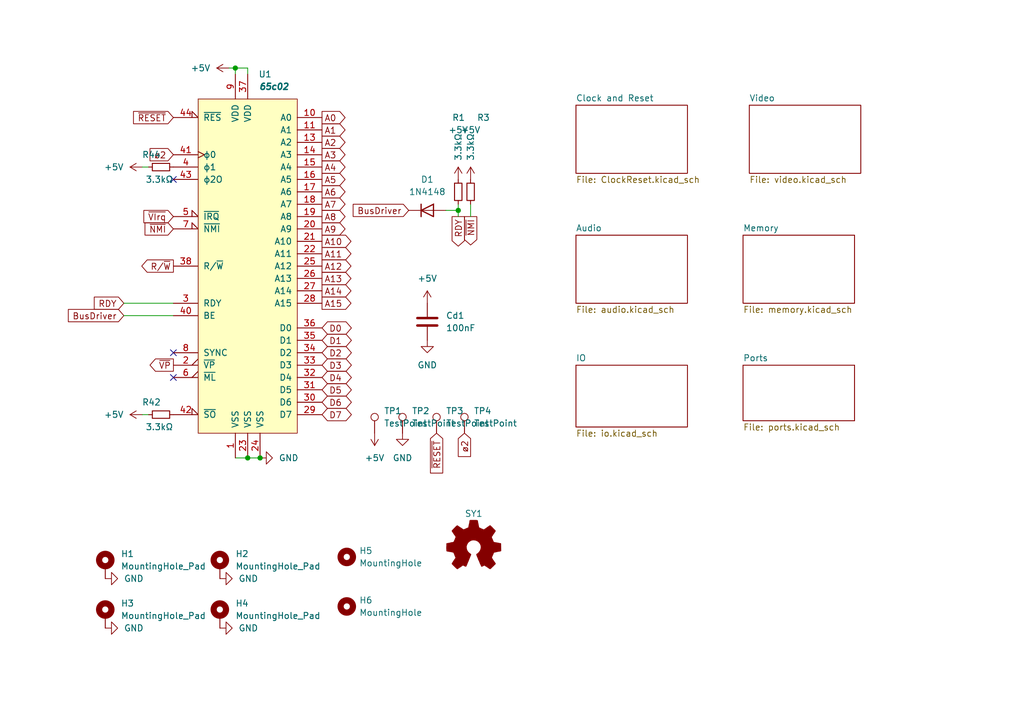
<source format=kicad_sch>
(kicad_sch (version 20231120) (generator "eeschema") (generator_version "8.0")
  (paper "A5")
  (title_block (title "KITTY Computer"))
  (lib_symbols
    (symbol "65xx:W65C02SxPL" (pin_names (offset 1.016))
      (property "Reference" "U" (at -10.16 35.56 0))
      (property "Value" "W65C02SxPL" (at 0 0 90))
      (symbol "W65C02SxPL_0_1"
        (rectangle (start -10.16 34.29) (end 10.16 -34.29) (fill (type background)))
      )
      (symbol "W65C02SxPL_1_1"
        (pin power_in line (at -2.54 -39.37 90) (length 5.08) (name "VSS") (number "1"))
        (pin tri_state line (at 15.24 30.48 180) (length 5.08) (name "A0") (number "10"))
        (pin tri_state line (at 15.24 27.94 180) (length 5.08) (name "A1") (number "11"))
        (pin no_connect non_logic (at -10.16 -25.4 0) (length 2.54) hide (name "nc") (number "12"))
        (pin tri_state line (at 15.24 25.4 180) (length 5.08) (name "A2") (number "13"))
        (pin tri_state line (at 15.24 22.86 180) (length 5.08) (name "A3") (number "14"))
        (pin tri_state line (at 15.24 20.32 180) (length 5.08) (name "A4") (number "15"))
        (pin tri_state line (at 15.24 17.78 180) (length 5.08) (name "A5") (number "16"))
        (pin tri_state line (at 15.24 15.24 180) (length 5.08) (name "A6") (number "17"))
        (pin tri_state line (at 15.24 12.7 180) (length 5.08) (name "A7") (number "18"))
        (pin tri_state line (at 15.24 10.16 180) (length 5.08) (name "A8") (number "19"))
        (pin output output_low (at -15.24 -20.32 0) (length 5.08) (name "~{VP}") (number "2"))
        (pin tri_state line (at 15.24 7.62 180) (length 5.08) (name "A9") (number "20"))
        (pin tri_state line (at 15.24 5.08 180) (length 5.08) (name "A10") (number "21"))
        (pin tri_state line (at 15.24 2.54 180) (length 5.08) (name "A11") (number "22"))
        (pin power_in line (at 0 -39.37 90) (length 5.08) (name "VSS") (number "23"))
        (pin power_in line (at 2.54 -39.37 90) (length 5.08) (name "VSS") (number "24"))
        (pin tri_state line (at 15.24 0 180) (length 5.08) (name "A12") (number "25"))
        (pin tri_state line (at 15.24 -2.54 180) (length 5.08) (name "A13") (number "26"))
        (pin tri_state line (at 15.24 -5.08 180) (length 5.08) (name "A14") (number "27"))
        (pin tri_state line (at 15.24 -7.62 180) (length 5.08) (name "A15") (number "28"))
        (pin bidirectional line (at 15.24 -30.48 180) (length 5.08) (name "D7") (number "29"))
        (pin open_collector line (at -15.24 -7.62 0) (length 5.08) (name "RDY") (number "3"))
        (pin bidirectional line (at 15.24 -27.94 180) (length 5.08) (name "D6") (number "30"))
        (pin bidirectional line (at 15.24 -25.4 180) (length 5.08) (name "D5") (number "31"))
        (pin bidirectional line (at 15.24 -22.86 180) (length 5.08) (name "D4") (number "32"))
        (pin bidirectional line (at 15.24 -20.32 180) (length 5.08) (name "D3") (number "33"))
        (pin bidirectional line (at 15.24 -17.78 180) (length 5.08) (name "D2") (number "34"))
        (pin bidirectional line (at 15.24 -15.24 180) (length 5.08) (name "D1") (number "35"))
        (pin bidirectional line (at 15.24 -12.7 180) (length 5.08) (name "D0") (number "36"))
        (pin power_in line (at 0 39.37 270) (length 5.08) (name "VDD") (number "37"))
        (pin tri_state line (at -15.24 0 0) (length 5.08) (name "R/~{W}") (number "38"))
        (pin no_connect non_logic (at -10.16 -27.94 0) (length 2.54) hide (name "nc") (number "39"))
        (pin output line (at -15.24 20.32 0) (length 5.08) (name "ϕ1") (number "4"))
        (pin input line (at -15.24 -10.16 0) (length 5.08) (name "BE") (number "40"))
        (pin input clock (at -15.24 22.86 0) (length 5.08) (name "ϕ0") (number "41"))
        (pin input input_low (at -15.24 -30.48 0) (length 5.08) (name "~{SO}") (number "42"))
        (pin output line (at -15.24 17.78 0) (length 5.08) (name "ϕ2O") (number "43"))
        (pin input input_low (at -15.24 30.48 0) (length 5.08) (name "~{RES}") (number "44"))
        (pin input input_low (at -15.24 10.16 0) (length 5.08) (name "~{IRQ}") (number "5"))
        (pin output output_low (at -15.24 -22.86 0) (length 5.08) (name "~{ML}") (number "6"))
        (pin input input_low (at -15.24 7.62 0) (length 5.08) (name "~{NMI}") (number "7"))
        (pin output line (at -15.24 -17.78 0) (length 5.08) (name "SYNC") (number "8"))
        (pin power_in line (at -2.54 39.37 270) (length 5.08) (name "VDD") (number "9"))
      )
    )
    (symbol "Connector:TestPoint" (pin_numbers hide) (pin_names (offset 0.762) hide)
      (property "Reference" "TP" (at 0 6.858 0))
      (property "Value" "TestPoint" (at 0 5.08 0))
      (symbol "TestPoint_0_1"
        (circle (center 0 3.302) (radius 0.762))
      )
      (symbol "TestPoint_1_1"
        (pin passive line (at 0 0 90) (length 2.54) (name "1") (number "1"))
      )
    )
    (symbol "Device:C" (pin_numbers hide) (pin_names (offset 0.254))
      (property "Reference" "C" (at 0.635 2.54 0))
      (property "Value" "C" (at 0.635 -2.54 0))
      (symbol "C_0_1"
        (polyline (pts (xy -2.032 -0.762) (xy 2.032 -0.762)) (stroke (width 0.508)))
        (polyline (pts (xy -2.032 0.762) (xy 2.032 0.762)) (stroke (width 0.508)))
      )
      (symbol "C_1_1"
        (pin passive line (at 0 3.81 270) (length 2.794) (name "~") (number "1"))
        (pin passive line (at 0 -3.81 90) (length 2.794) (name "~") (number "2"))
      )
    )
    (symbol "Device:R_Small" (pin_numbers hide) (pin_names (offset 0.254) hide)
      (property "Reference" "R" (at 0.762 0.508 0))
      (property "Value" "R_Small" (at 0.762 -1.016 0))
      (symbol "R_Small_0_1"
        (rectangle (start -0.762 1.778) (end 0.762 -1.778) (stroke (width 0.2032)))
      )
      (symbol "R_Small_1_1"
        (pin passive line (at 0 2.54 270) (length 0.762) (name "~") (number "1"))
        (pin passive line (at 0 -2.54 90) (length 0.762) (name "~") (number "2"))
      )
    )
    (symbol "Diode:1N4148" (pin_numbers hide) (pin_names hide)
      (property "Reference" "D" (at 0 2.54 0))
      (property "Value" "1N4148" (at 0 -2.54 0))
      (symbol "1N4148_0_1"
        (polyline (pts (xy -1.27 1.27) (xy -1.27 -1.27)) (stroke (width 0.254)))
        (polyline (pts (xy 1.27 0) (xy -1.27 0)))
        (polyline (pts (xy 1.27 1.27) (xy 1.27 -1.27) (xy -1.27 0) (xy 1.27 1.27)) (stroke (width 0.254)))
      )
      (symbol "1N4148_1_1"
        (pin passive line (at -3.81 0 0) (length 2.54) (name "K") (number "1"))
        (pin passive line (at 3.81 0 180) (length 2.54) (name "A") (number "2"))
      )
    )
    (symbol "Graphic:Logo_Open_Hardware_Small" (in_bom no) (on_board no)
      (symbol "Logo_Open_Hardware_Small_0_1"
        (polyline (pts (xy 3.3528 -4.3434) (xy 3.302 -4.318) (xy 3.175 -4.2418) (xy 2.9972 -4.1148) (xy 2.7686 -3.9624) (xy 2.54 -3.81) (xy 2.3622 -3.7084) (xy 2.2352 -3.6068) (xy 2.1844 -3.5814) (xy 2.159 -3.6068) (xy 2.0574 -3.6576) (xy 1.905 -3.7338) (xy 1.8034 -3.7846) (xy 1.6764 -3.8354) (xy 1.6002 -3.8354) (xy 1.6002 -3.8354) (xy 1.5494 -3.7338) (xy 1.4732 -3.5306) (xy 1.3462 -3.302) (xy 1.2446 -3.0226) (xy 1.1176 -2.7178) (xy 0.9652 -2.413) (xy 0.8636 -2.1082) (xy 0.7366 -1.8288) (xy 0.6604 -1.6256) (xy 0.6096 -1.4732) (xy 0.5842 -1.397) (xy 0.5842 -1.397) (xy 0.6604 -1.3208) (xy 0.7874 -1.2446) (xy 1.0414 -1.016) (xy 1.2954 -0.6858) (xy 1.4478 -0.3302) (xy 1.524 0.0762) (xy 1.4732 0.4572) (xy 1.3208 0.8128) (xy 1.0668 1.143) (xy 0.762 1.3716) (xy 0.4064 1.524) (xy 0 1.5748) (xy -0.381 1.5494) (xy -0.7366 1.397) (xy -1.0668 1.143) (xy -1.2192 0.9906) (xy -1.397 0.6604) (xy -1.524 0.3048) (xy -1.524 0.2286) (xy -1.4986 -0.1778) (xy -1.397 -0.5334) (xy -1.1938 -0.8636) (xy -0.9144 -1.143) (xy -0.8636 -1.1684) (xy -0.7366 -1.27) (xy -0.635 -1.3462) (xy -0.5842 -1.397) (xy -1.0668 -2.5908) (xy -1.143 -2.794) (xy -1.2954 -3.1242) (xy -1.397 -3.4036) (xy -1.4986 -3.6322) (xy -1.5748 -3.7846) (xy -1.6002 -3.8354) (xy -1.6002 -3.8354) (xy -1.651 -3.8354) (xy -1.7272 -3.81) (xy -1.905 -3.7338) (xy -2.0066 -3.683) (xy -2.1336 -3.6068) (xy -2.2098 -3.5814) (xy -2.2606 -3.6068) (xy -2.3622 -3.683) (xy -2.54 -3.81) (xy -2.7686 -3.9624) (xy -2.9718 -4.0894) (xy -3.1496 -4.2164) (xy -3.302 -4.318) (xy -3.3528 -4.3434) (xy -3.3782 -4.3434) (xy -3.429 -4.318) (xy -3.5306 -4.2164) (xy -3.7084 -4.064) (xy -3.937 -3.8354) (xy -3.9624 -3.81) (xy -4.1656 -3.6068) (xy -4.318 -3.4544) (xy -4.4196 -3.3274) (xy -4.445 -3.2766) (xy -4.445 -3.2766) (xy -4.4196 -3.2258) (xy -4.318 -3.0734) (xy -4.2164 -2.8956) (xy -4.064 -2.667) (xy -3.6576 -2.0828) (xy -3.8862 -1.5494) (xy -3.937 -1.3716) (xy -4.0386 -1.1684) (xy -4.0894 -1.0414) (xy -4.1148 -0.9652) (xy -4.191 -0.9398) (xy -4.318 -0.9144) (xy -4.5466 -0.8636) (xy -4.8006 -0.8128) (xy -5.0546 -0.7874) (xy -5.2578 -0.7366) (xy -5.4356 -0.7112) (xy -5.5118 -0.6858) (xy -5.5118 -0.6858) (xy -5.5372 -0.635) (xy -5.5372 -0.5588) (xy -5.5372 -0.4318) (xy -5.5626 -0.2286) (xy -5.5626 0.0762) (xy -5.5626 0.127) (xy -5.5372 0.4064) (xy -5.5372 0.635) (xy -5.5372 0.762) (xy -5.5372 0.8382) (xy -5.5372 0.8382) (xy -5.461 0.8382) (xy -5.3086 0.889) (xy -5.08 0.9144) (xy -4.826 0.9652) (xy -4.8006 0.9906) (xy -4.5466 1.0414) (xy -4.318 1.0668) (xy -4.1656 1.1176) (xy -4.0894 1.143) (xy -4.0894 1.143) (xy -4.0386 1.2446) (xy -3.9624 1.4224) (xy -3.8608 1.6256) (xy -3.7846 1.8288) (xy -3.7084 2.0066) (xy -3.6576 2.159) (xy -3.6322 2.2098) (xy -3.6322 2.2098) (xy -3.683 2.286) (xy -3.7592 2.413) (xy -3.8862 2.5908) (xy -4.064 2.8194) (xy -4.064 2.8448) (xy -4.2164 3.0734) (xy -4.3434 3.2512) (xy -4.4196 3.3782) (xy -4.445 3.4544) (xy -4.445 3.4544) (xy -4.3942 3.5052) (xy -4.2926 3.6322) (xy -4.1148 3.81) (xy -3.937 4.0132) (xy -3.8608 4.064) (xy -3.6576 4.2926) (xy -3.5052 4.4196) (xy -3.4036 4.4958) (xy -3.3528 4.5212) (xy -3.3528 4.5212) (xy -3.302 4.4704) (xy -3.1496 4.3688) (xy -2.9718 4.2418) (xy -2.7432 4.0894) (xy -2.7178 4.0894) (xy -2.4892 3.937) (xy -2.3114 3.81) (xy -2.1844 3.7084) (xy -2.1336 3.683) (xy -2.1082 3.683) (xy -2.032 3.7084) (xy -1.8542 3.7592) (xy -1.6764 3.8354) (xy -1.4732 3.937) (xy -1.27 4.0132) (xy -1.143 4.064) (xy -1.0668 4.1148) (xy -1.0668 4.1148) (xy -1.0414 4.191) (xy -1.016 4.3434) (xy -0.9652 4.572) (xy -0.9144 4.8514) (xy -0.889 4.9022) (xy -0.8382 5.1562) (xy -0.8128 5.3848) (xy -0.7874 5.5372) (xy -0.762 5.588) (xy -0.7112 5.6134) (xy -0.5842 5.6134) (xy -0.4064 5.6134) (xy -0.1524 5.6134) (xy 0.0762 5.6134) (xy 0.3302 5.6134) (xy 0.5334 5.6134) (xy 0.6858 5.588) (xy 0.7366 5.588) (xy 0.7366 5.588) (xy 0.762 5.5118) (xy 0.8128 5.334) (xy 0.8382 5.1054) (xy 0.9144 4.826) (xy 0.9144 4.7752) (xy 0.9652 4.5212) (xy 1.016 4.2926) (xy 1.0414 4.1402) (xy 1.0668 4.0894) (xy 1.0668 4.0894) (xy 1.1938 4.0386) (xy 1.3716 3.9624) (xy 1.5748 3.8608) (xy 2.0828 3.6576) (xy 2.7178 4.0894) (xy 2.7686 4.1402) (xy 2.9972 4.2926) (xy 3.175 4.4196) (xy 3.302 4.4958) (xy 3.3782 4.5212) (xy 3.3782 4.5212) (xy 3.429 4.4704) (xy 3.556 4.3434) (xy 3.7338 4.191) (xy 3.9116 3.9878) (xy 4.064 3.8354) (xy 4.2418 3.6576) (xy 4.3434 3.556) (xy 4.4196 3.4798) (xy 4.4196 3.429) (xy 4.4196 3.4036) (xy 4.3942 3.3274) (xy 4.2926 3.2004) (xy 4.1656 2.9972) (xy 4.0132 2.794) (xy 3.8862 2.5908) (xy 3.7592 2.3876) (xy 3.6576 2.2352) (xy 3.6322 2.159) (xy 3.6322 2.1336) (xy 3.683 2.0066) (xy 3.7592 1.8288) (xy 3.8608 1.6002) (xy 4.064 1.1176) (xy 4.3942 1.0414) (xy 4.5974 1.016) (xy 4.8768 0.9652) (xy 5.1308 0.9144) (xy 5.5372 0.8382) (xy 5.5626 -0.6604) (xy 5.4864 -0.6858) (xy 5.4356 -0.6858) (xy 5.2832 -0.7366) (xy 5.0546 -0.762) (xy 4.8006 -0.8128) (xy 4.5974 -0.8636) (xy 4.3688 -0.9144) (xy 4.2164 -0.9398) (xy 4.1402 -0.9398) (xy 4.1148 -0.9652) (xy 4.064 -1.0668) (xy 3.9878 -1.2446) (xy 3.9116 -1.4478) (xy 3.81 -1.651) (xy 3.7338 -1.8542) (xy 3.683 -2.0066) (xy 3.6576 -2.0828) (xy 3.683 -2.1336) (xy 3.7846 -2.2606) (xy 3.8862 -2.4638) (xy 4.0386 -2.667) (xy 4.191 -2.8956) (xy 4.318 -3.0734) (xy 4.3942 -3.2004) (xy 4.445 -3.2766) (xy 4.4196 -3.3274) (xy 4.3434 -3.429) (xy 4.1656 -3.5814) (xy 3.937 -3.8354) (xy 3.8862 -3.8608) (xy 3.683 -4.064) (xy 3.5306 -4.2164) (xy 3.4036 -4.318) (xy 3.3528 -4.3434)) (fill (type outline)))
      )
    )
    (symbol "Mechanical:MountingHole" (pin_names (offset 1.016)) (exclude_from_sim yes) (in_bom no)
      (property "Reference" "H" (at 0 5.08 0))
      (property "Value" "MountingHole" (at 0 3.175 0))
      (symbol "MountingHole_0_1"
        (circle (center 0 0) (radius 1.27) (stroke (width 1.27)))
      )
    )
    (symbol "Mechanical:MountingHole_Pad" (pin_numbers hide) (pin_names (offset 1.016) hide)
      (property "Reference" "H" (at 0 6.35 0))
      (property "Value" "MountingHole_Pad" (at 0 4.445 0))
      (symbol "MountingHole_Pad_0_1"
        (circle (center 0 1.27) (radius 1.27) (stroke (width 1.27)))
      )
      (symbol "MountingHole_Pad_1_1"
        (pin input line (at 0 -2.54 90) (length 2.54) (name "1") (number "1"))
      )
    )
    (symbol "power:+5V" (power) (pin_names (offset 0))
      (property "Value" "+5V" (at 0 3.556 0))
      (symbol "+5V_0_1"
        (polyline (pts (xy -0.762 1.27) (xy 0 2.54)))
        (polyline (pts (xy 0 0) (xy 0 2.54)))
        (polyline (pts (xy 0 2.54) (xy 0.762 1.27)))
      )
      (symbol "+5V_1_1"
        (pin power_in line (at 0 0 90) (length 0) hide (name "+5V") (number "1"))
      )
    )
    (symbol "power:GND" (power) (pin_names (offset 0))
      (property "Value" "GND" (at 0 -3.81 0))
      (symbol "GND_0_1"
        (polyline (pts (xy 0 0) (xy 0 -1.27) (xy 1.27 -1.27) (xy 0 -2.54) (xy -1.27 -1.27) (xy 0 -1.27)))
      )
      (symbol "GND_1_1"
        (pin power_in line (at 0 0 270) (length 0) hide (name "GND") (number "1"))
      )
    )
  )
  (junction (at 93.98 43.18))
  (junction (at 48.26 13.97))
  (junction (at 50.8 93.98))
  (junction (at 53.34 93.98))
  (no_connect (at 35.56 77.47))
  (no_connect (at 35.56 36.83))
  (no_connect (at 35.56 72.39))
  (wire (pts (xy 48.26 13.97) (xy 48.26 15.24)))
  (wire (pts (xy 29.21 34.29) (xy 30.48 34.29)))
  (wire (pts (xy 25.4 64.77) (xy 35.56 64.77)))
  (wire (pts (xy 48.26 13.97) (xy 50.8 13.97)))
  (wire (pts (xy 93.98 41.91) (xy 93.98 43.18)))
  (wire (pts (xy 50.8 13.97) (xy 50.8 15.24)))
  (wire (pts (xy 48.26 93.98) (xy 50.8 93.98)))
  (wire (pts (xy 96.52 41.91) (xy 96.52 44.45)))
  (wire (pts (xy 29.21 85.09) (xy 30.48 85.09)))
  (wire (pts (xy 93.98 43.18) (xy 93.98 44.45)))
  (wire (pts (xy 50.8 93.98) (xy 53.34 93.98)))
  (wire (pts (xy 25.4 62.23) (xy 35.56 62.23)))
  (wire (pts (xy 46.99 13.97) (xy 48.26 13.97)))
  (wire (pts (xy 91.44 43.18) (xy 93.98 43.18)))
  (global_label "RDY" (shape output) (at 93.98 44.45 270) (property "Intersheetrefs" "${INTERSHEET_REFS}" (effects (hide yes))))
  (global_label "D4" (shape bidirectional) (at 66.04 77.47 0) (property "Intersheetrefs" "${INTERSHEET_REFS}" (effects (hide yes))))
  (global_label "A6" (shape output) (at 66.04 39.37 0) (property "Intersheetrefs" "${INTERSHEET_REFS}" (effects (hide yes))))
  (global_label "A7" (shape output) (at 66.04 41.91 0) (property "Intersheetrefs" "${INTERSHEET_REFS}" (effects (hide yes))))
  (global_label "RDY" (shape input) (at 25.4 62.23 180) (property "Intersheetrefs" "${INTERSHEET_REFS}" (effects (hide yes))))
  (global_label "A2" (shape output) (at 66.04 29.21 0) (property "Intersheetrefs" "${INTERSHEET_REFS}" (effects (hide yes))))
  (global_label "ø2" (shape input) (at 35.56 31.75 180) (property "Intersheetrefs" "${INTERSHEET_REFS}" (effects (hide yes))))
  (global_label "D3" (shape bidirectional) (at 66.04 74.93 0) (property "Intersheetrefs" "${INTERSHEET_REFS}" (effects (hide yes))))
  (global_label "A10" (shape output) (at 66.04 49.53 0) (property "Intersheetrefs" "${INTERSHEET_REFS}" (effects (hide yes))))
  (global_label "ø2" (shape input) (at 95.25 88.9 270) (property "Intersheetrefs" "${INTERSHEET_REFS}" (effects (hide yes))))
  (global_label "D7" (shape bidirectional) (at 66.04 85.09 0) (property "Intersheetrefs" "${INTERSHEET_REFS}" (effects (hide yes))))
  (global_label "A0" (shape output) (at 66.04 24.13 0) (property "Intersheetrefs" "${INTERSHEET_REFS}" (effects (hide yes))))
  (global_label "A1" (shape output) (at 66.04 26.67 0) (property "Intersheetrefs" "${INTERSHEET_REFS}" (effects (hide yes))))
  (global_label "~{VP}" (shape output) (at 35.56 74.93 180) (property "Intersheetrefs" "${INTERSHEET_REFS}" (effects (hide yes))))
  (global_label "BusDriver" (shape input) (at 83.82 43.18 180) (property "Intersheetrefs" "${INTERSHEET_REFS}" (effects (hide yes))))
  (global_label "A15" (shape output) (at 66.04 62.23 0) (property "Intersheetrefs" "${INTERSHEET_REFS}" (effects (hide yes))))
  (global_label "A5" (shape output) (at 66.04 36.83 0) (property "Intersheetrefs" "${INTERSHEET_REFS}" (effects (hide yes))))
  (global_label "A9" (shape output) (at 66.04 46.99 0) (property "Intersheetrefs" "${INTERSHEET_REFS}" (effects (hide yes))))
  (global_label "~{VIrq}" (shape input) (at 35.56 44.45 180) (property "Intersheetrefs" "${INTERSHEET_REFS}" (effects (hide yes))))
  (global_label "A13" (shape output) (at 66.04 57.15 0) (property "Intersheetrefs" "${INTERSHEET_REFS}" (effects (hide yes))))
  (global_label "A3" (shape output) (at 66.04 31.75 0) (property "Intersheetrefs" "${INTERSHEET_REFS}" (effects (hide yes))))
  (global_label "A14" (shape output) (at 66.04 59.69 0) (property "Intersheetrefs" "${INTERSHEET_REFS}" (effects (hide yes))))
  (global_label "A8" (shape output) (at 66.04 44.45 0) (property "Intersheetrefs" "${INTERSHEET_REFS}" (effects (hide yes))))
  (global_label "D1" (shape bidirectional) (at 66.04 69.85 0) (property "Intersheetrefs" "${INTERSHEET_REFS}" (effects (hide yes))))
  (global_label "D5" (shape bidirectional) (at 66.04 80.01 0) (property "Intersheetrefs" "${INTERSHEET_REFS}" (effects (hide yes))))
  (global_label "~{NMI}" (shape input) (at 35.56 46.99 180) (property "Intersheetrefs" "${INTERSHEET_REFS}" (effects (hide yes))))
  (global_label "~{RESET}" (shape input) (at 35.56 24.13 180) (property "Intersheetrefs" "${INTERSHEET_REFS}" (effects (hide yes))))
  (global_label "D2" (shape bidirectional) (at 66.04 72.39 0) (property "Intersheetrefs" "${INTERSHEET_REFS}" (effects (hide yes))))
  (global_label "R{slash}~{W}" (shape output) (at 35.56 54.61 180) (property "Intersheetrefs" "${INTERSHEET_REFS}" (effects (hide yes))))
  (global_label "D6" (shape bidirectional) (at 66.04 82.55 0) (property "Intersheetrefs" "${INTERSHEET_REFS}" (effects (hide yes))))
  (global_label "A11" (shape output) (at 66.04 52.07 0) (property "Intersheetrefs" "${INTERSHEET_REFS}" (effects (hide yes))))
  (global_label "A4" (shape output) (at 66.04 34.29 0) (property "Intersheetrefs" "${INTERSHEET_REFS}" (effects (hide yes))))
  (global_label "~{RESET}" (shape input) (at 89.535 88.9 270) (property "Intersheetrefs" "${INTERSHEET_REFS}" (effects (hide yes))))
  (global_label "A12" (shape output) (at 66.04 54.61 0) (property "Intersheetrefs" "${INTERSHEET_REFS}" (effects (hide yes))))
  (global_label "D0" (shape bidirectional) (at 66.04 67.31 0) (property "Intersheetrefs" "${INTERSHEET_REFS}" (effects (hide yes))))
  (global_label "~{NMI}" (shape output) (at 96.52 44.45 270) (property "Intersheetrefs" "${INTERSHEET_REFS}" (effects (hide yes))))
  (global_label "BusDriver" (shape input) (at 25.4 64.77 180) (property "Intersheetrefs" "${INTERSHEET_REFS}" (effects (hide yes))))
  (symbol (lib_id "power:GND") (at 45.085 118.745 90) (unit 1)
    (property "Reference" "#PWR0175" (effects (hide yes)))
    (property "Value" "GND" (at 48.895 118.745 90) (effects (justify right)))
  )
  (symbol (lib_id "power:GND") (at 53.34 93.98 90) (unit 1)
    (property "Reference" "#PWR03" (effects (hide yes)))
    (property "Value" "GND" (at 57.15 93.98 90) (effects (justify right)))
  )
  (symbol (lib_id "power:+5V") (at 29.21 34.29 90) (unit 1)
    (property "Reference" "#PWR0179" (effects (hide yes)))
    (property "Value" "+5V" (at 25.4 34.29 90) (effects (justify left)))
  )
  (symbol (lib_id "power:+5V") (at 46.99 13.97 90) (unit 1)
    (property "Reference" "#PWR02" (effects (hide yes)))
    (property "Value" "+5V" (at 43.18 13.97 90) (effects (justify left)))
  )
  (symbol (lib_id "Mechanical:MountingHole_Pad") (at 45.085 116.205 0) (unit 1)
    (property "Reference" "H2" (at 48.26 113.665 0) (effects (justify left)))
    (property "Value" "MountingHole_Pad" (at 48.26 116.205 0) (effects (justify left)))
    (property "Footprint" "MountingHole:MountingHole_3.2mm_M3_ISO14580_Pad" (effects (hide yes)))
  )
  (symbol (lib_id "power:+5V") (at 76.835 88.9 180) (unit 1)
    (property "Reference" "#PWR0154" (effects (hide yes)))
    (property "Value" "+5V" (at 76.835 93.98 0))
  )
  (symbol (lib_id "power:+5V") (at 96.52 36.83 0) (unit 1)
    (property "Reference" "#PWR08" (effects (hide yes)))
    (property "Value" "+5V" (at 96.52 26.67 0))
  )
  (symbol (lib_id "Graphic:Logo_Open_Hardware_Small") (at 97.155 112.395 0) (unit 1) (in_bom no)
    (property "Reference" "SY1" (at 97.155 105.41 0))
    (property "Value" "Logo_Open_Hardware_Small" (effects (hide yes)))
    (property "Footprint" "Symbol:OSHW-Logo_7.5x8mm_SilkScreen" (effects (hide yes)))
  )
  (symbol (lib_id "Mechanical:MountingHole_Pad") (at 21.59 126.365 0) (unit 1)
    (property "Reference" "H3" (at 24.765 123.825 0) (effects (justify left)))
    (property "Value" "MountingHole_Pad" (at 24.765 126.365 0) (effects (justify left)))
    (property "Footprint" "MountingHole:MountingHole_3.2mm_M3_ISO14580_Pad" (effects (hide yes)))
  )
  (symbol (lib_id "Device:R_Small") (at 96.52 39.37 180) (unit 1)
    (property "Reference" "R3" (at 97.79 24.13 0) (effects (justify right)))
    (property "Value" "3.3kΩ" (at 96.52 33.02 90) (effects (justify right)))
    (property "Footprint" "SMAL:R_Horizontal" (effects (hide yes)))
  )
  (symbol (lib_id "65xx:W65C02SxPL") (at 50.8 54.61 0) (unit 1)
    (property "Reference" "U1" (at 52.9941 15.24 0) (effects (justify left)))
    (property "Value" "65c02" (at 52.9941 17.78 0) (effects (font (bold yes) (italic yes)) (justify left)))
    (property "Footprint" "Smal:PLCC-44_THT-Socket_TWEAK" (effects (hide yes)))
    (property "Datasheet" "http://www.westerndesigncenter.com/wdc/documentation/w65c02s.pdf" (effects (hide yes)))
  )
  (symbol (lib_id "Mechanical:MountingHole_Pad") (at 45.085 126.365 0) (unit 1)
    (property "Reference" "H4" (at 48.26 123.825 0) (effects (justify left)))
    (property "Value" "MountingHole_Pad" (at 48.26 126.365 0) (effects (justify left)))
    (property "Footprint" "MountingHole:MountingHole_3.2mm_M3_ISO14580_Pad" (effects (hide yes)))
  )
  (symbol (lib_id "Device:R_Small") (at 93.98 39.37 180) (unit 1)
    (property "Reference" "R1" (at 92.71 24.13 0) (effects (justify right)))
    (property "Value" "3.3kΩ" (at 93.98 33.02 90) (effects (justify right)))
    (property "Footprint" "SMAL:R_Horizontal" (effects (hide yes)))
  )
  (symbol (lib_id "power:GND") (at 21.59 118.745 90) (unit 1)
    (property "Reference" "#PWR0176" (effects (hide yes)))
    (property "Value" "GND" (at 25.4 118.745 90) (effects (justify right)))
  )
  (symbol (lib_id "power:+5V") (at 93.98 36.83 0) (unit 1)
    (property "Reference" "#PWR06" (effects (hide yes)))
    (property "Value" "+5V" (at 93.98 26.67 0))
  )
  (symbol (lib_id "Connector:TestPoint") (at 89.535 88.9 0) (unit 1)
    (property "Reference" "TP3" (at 91.44 84.328 0) (effects (justify left)))
    (property "Value" "TestPoint" (at 91.44 86.868 0) (effects (justify left)))
    (property "Footprint" "TestPoint:TestPoint_Pad_2.0x2.0mm" (effects (hide yes)))
  )
  (symbol (lib_id "power:GND") (at 21.59 128.905 90) (unit 1)
    (property "Reference" "#PWR0177" (effects (hide yes)))
    (property "Value" "GND" (at 25.4 128.905 90) (effects (justify right)))
  )
  (symbol (lib_id "Diode:1N4148") (at 87.63 43.18 0) (unit 1)
    (property "Reference" "D1" (at 87.63 36.83 0))
    (property "Value" "1N4148" (at 87.63 39.37 0))
    (property "Footprint" "Diode_THT:D_DO-34_SOD68_P7.62mm_Horizontal" (effects (hide yes)))
    (property "Datasheet" "https://assets.nexperia.com/documents/data-sheet/1N4148_1N4448.pdf" (effects (hide yes)))
    (property "Description" "100V 0.15A standard switching diode, DO-35" (effects (hide yes)))
    (property "Sim.Device" "D" (effects (hide yes)))
    (property "Sim.Pins" "1=K 2=A" (effects (hide yes)))
  )
  (symbol (lib_id "power:+5V") (at 29.21 85.09 90) (unit 1)
    (property "Reference" "#PWR01" (effects (hide yes)))
    (property "Value" "+5V" (at 25.4 85.09 90) (effects (justify left)))
  )
  (symbol (lib_id "Mechanical:MountingHole_Pad") (at 21.59 116.205 0) (unit 1)
    (property "Reference" "H1" (at 24.765 113.665 0) (effects (justify left)))
    (property "Value" "MountingHole_Pad" (at 24.765 116.205 0) (effects (justify left)))
    (property "Footprint" "MountingHole:MountingHole_3.2mm_M3_ISO14580_Pad" (effects (hide yes)))
  )
  (symbol (lib_id "Device:C") (at 87.63 66.04 0) (unit 1)
    (property "Reference" "Cd1" (at 91.44 64.77 0) (effects (justify left)))
    (property "Value" "100nF" (at 91.44 67.31 0) (effects (justify left)))
    (property "Footprint" "Capacitor_THT:C_Disc_D3.0mm_W1.6mm_P2.50mm" (effects (hide yes)))
  )
  (symbol (lib_id "Mechanical:MountingHole") (at 71.12 124.46 0) (unit 1) (exclude_from_sim yes) (in_bom no)
    (property "Reference" "H6" (at 73.66 123.1899 0) (effects (justify left)))
    (property "Value" "MountingHole" (at 73.66 125.7299 0) (effects (justify left)))
    (property "Footprint" "MountingHole:MountingHole_2.2mm_M2" (effects (hide yes)))
    (property "Description" "Mounting Hole without connection" (effects (hide yes)))
  )
  (symbol (lib_id "Mechanical:MountingHole") (at 71.12 114.3 0) (unit 1) (exclude_from_sim yes) (in_bom no)
    (property "Reference" "H5" (at 73.66 113.0299 0) (effects (justify left)))
    (property "Value" "MountingHole" (at 73.66 115.5699 0) (effects (justify left)))
    (property "Footprint" "MountingHole:MountingHole_2.2mm_M2" (effects (hide yes)))
    (property "Description" "Mounting Hole without connection" (effects (hide yes)))
  )
  (symbol (lib_id "Device:R_Small") (at 33.02 34.29 270) (unit 1)
    (property "Reference" "R44" (at 33.02 31.75 90) (effects (justify right)))
    (property "Value" "3.3kΩ" (at 35.56 36.83 90) (effects (justify right)))
    (property "Footprint" "SMAL:R_Horizontal" (effects (hide yes)))
  )
  (symbol (lib_id "Device:R_Small") (at 33.02 85.09 270) (unit 1)
    (property "Reference" "R42" (at 33.02 82.55 90) (effects (justify right)))
    (property "Value" "3.3kΩ" (at 35.56 87.63 90) (effects (justify right)))
    (property "Footprint" "SMAL:R_Horizontal" (effects (hide yes)))
  )
  (symbol (lib_id "Connector:TestPoint") (at 95.25 88.9 0) (unit 1)
    (property "Reference" "TP4" (at 97.155 84.328 0) (effects (justify left)))
    (property "Value" "TestPoint" (at 97.155 86.868 0) (effects (justify left)))
    (property "Footprint" "TestPoint:TestPoint_Pad_2.0x2.0mm" (effects (hide yes)))
  )
  (symbol (lib_id "Connector:TestPoint") (at 76.835 88.9 0) (unit 1)
    (property "Reference" "TP1" (at 78.74 84.328 0) (effects (justify left)))
    (property "Value" "TestPoint" (at 78.74 86.868 0) (effects (justify left)))
    (property "Footprint" "TestPoint:TestPoint_Pad_2.0x2.0mm" (effects (hide yes)))
  )
  (symbol (lib_id "Connector:TestPoint") (at 82.55 88.9 0) (unit 1)
    (property "Reference" "TP2" (at 84.455 84.328 0) (effects (justify left)))
    (property "Value" "TestPoint" (at 84.455 86.868 0) (effects (justify left)))
    (property "Footprint" "TestPoint:TestPoint_Pad_2.0x2.0mm" (effects (hide yes)))
  )
  (symbol (lib_id "power:GND") (at 87.63 69.85 0) (unit 1)
    (property "Reference" "#PWR05" (effects (hide yes)))
    (property "Value" "GND" (at 87.63 74.93 0))
  )
  (symbol (lib_id "power:+5V") (at 87.63 62.23 0) (unit 1)
    (property "Reference" "#PWR04" (effects (hide yes)))
    (property "Value" "+5V" (at 87.63 57.15 0))
  )
  (symbol (lib_id "power:GND") (at 82.55 88.9 0) (unit 1)
    (property "Reference" "#PWR0143" (effects (hide yes)))
    (property "Value" "GND" (at 82.55 93.98 0))
  )
  (symbol (lib_id "power:GND") (at 45.085 128.905 90) (unit 1)
    (property "Reference" "#PWR0178" (effects (hide yes)))
    (property "Value" "GND" (at 48.895 128.905 90) (effects (justify right)))
  )
  (sheet (at 153.67 21.59) (size 22.86 13.97) (stroke (width 0.1524))
    (property "Sheetname" "Video" (at 153.67 20.8784 0) (effects (justify left bottom)))
    (property "Sheetfile" "video.kicad_sch" (at 153.67 36.1446 0) (effects (justify left top)))
  )
  (sheet (at 118.11 48.26) (size 22.86 13.97) (stroke (width 0.1524))
    (property "Sheetname" "Audio" (at 118.11 47.5484 0) (effects (justify left bottom)))
    (property "Sheetfile" "audio.kicad_sch" (at 118.11 62.8146 0) (effects (justify left top)))
  )
  (sheet (at 118.11 21.59) (size 22.86 13.97) (stroke (width 0.1524))
    (property "Sheetname" "Clock and Reset" (at 118.11 20.8784 0) (effects (justify left bottom)))
    (property "Sheetfile" "ClockReset.kicad_sch" (at 118.11 36.1446 0) (effects (justify left top)))
  )
  (sheet (at 118.11 74.93) (size 22.86 12.7) (stroke (width 0.1524))
    (property "Sheetname" "IO" (at 118.11 74.2184 0) (effects (justify left bottom)))
    (property "Sheetfile" "io.kicad_sch" (at 118.11 88.2146 0) (effects (justify left top)))
  )
  (sheet (at 152.4 74.93) (size 22.86 11.43) (stroke (width 0.1524))
    (property "Sheetname" "Ports" (at 152.4 74.2184 0) (effects (justify left bottom)))
    (property "Sheetfile" "ports.kicad_sch" (at 152.4 86.9446 0) (effects (justify left top)))
  )
  (sheet (at 152.4 48.26) (size 22.86 13.97) (stroke (width 0.1524))
    (property "Sheetname" "Memory" (at 152.4 47.5484 0) (effects (justify left bottom)))
    (property "Sheetfile" "memory.kicad_sch" (at 152.4 62.8146 0) (effects (justify left top)))
  )
)
</source>
